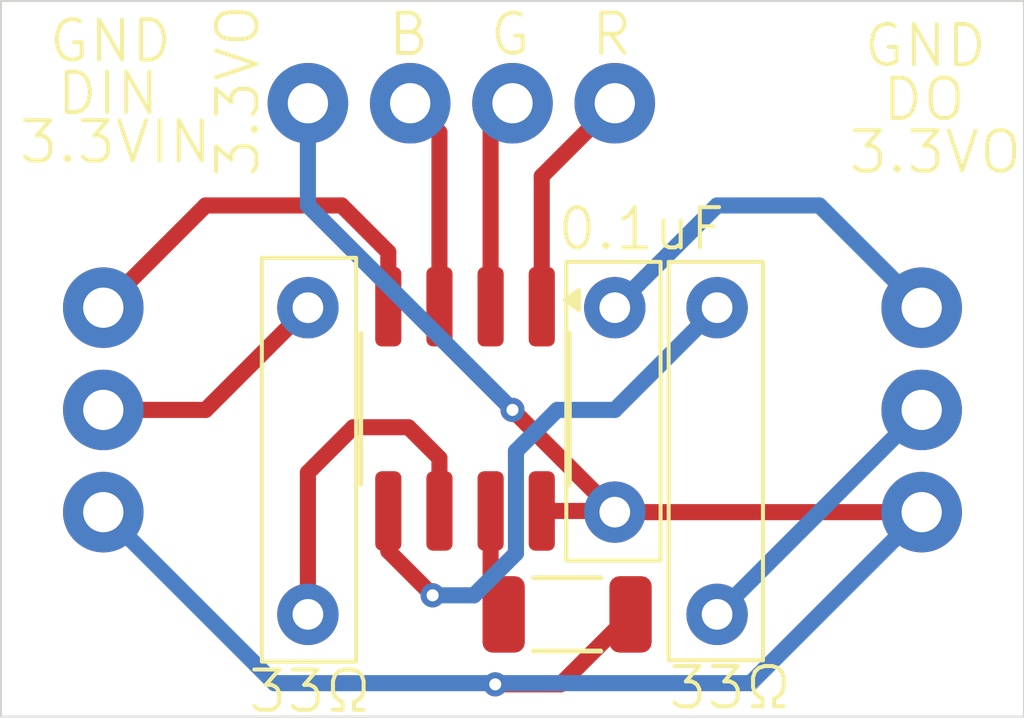
<source format=kicad_pcb>
(kicad_pcb (version 20240108) (generator "pcbnew") (generator_version "8.0")
  (layers (0 "F.Cu" signal) (31 "B.Cu" signal) (34 "B.Paste" user) (35 "F.Paste" user) (36 "B.SilkS" user "B.Silkscreen") (37 "F.SilkS" user "F.Silkscreen") (38 "B.Mask" user) (39 "F.Mask" user) (44 "Edge.Cuts" user))
  (net 0 "")
  (footprint "" (layer "F.Cu") (at 142.24 78.74)
    (property "Reference" "" (at 0 0 0) (layer "F.SilkS") (effects (font (size 1.27 1.27))))
    (property "Value" "")
    (pad "1" thru_hole circle (at 0 0) (size 2 2) (drill 1) (layers "*.Cu" "*.Mask"))
  )
  (footprint "through-holes:1 through hole" (layer "F.Cu") (at 152.4 91.44)
    (property "Reference" "REF**" (hide yes))
    (property "Value" "1 through hole" (hide yes))
    (pad "1" thru_hole circle (at 0 0) (size 1.524 1.524) (drill 0.762) (layers "*.Cu" "*.Mask"))
  )
  (footprint "through-holes:1 through hole" (layer "F.Cu") (at 157.48 86.36)
    (property "Reference" "REF**" (hide yes))
    (property "Value" "1 through hole" (hide yes))
    (pad "1" thru_hole circle (at 0 0) (size 2 2) (drill 1) (layers "*.Cu" "*.Mask"))
  )
  (footprint "" (layer "F.Cu") (at 144.78 78.74)
    (property "Reference" "" (at 0 0 0) (layer "F.SilkS") (effects (font (size 1.27 1.27))))
    (property "Value" "")
    (pad "1" thru_hole circle (at 0 0) (size 2 2) (drill 1) (layers "*.Cu" "*.Mask"))
  )
  (footprint "through-holes:1 through hole" (layer "F.Cu") (at 152.4 83.82)
    (property "Reference" "REF**" (hide yes))
    (property "Value" "1 through hole" (hide yes))
    (pad "1" thru_hole circle (at 0 0) (size 1.524 1.524) (drill 0.762) (layers "*.Cu" "*.Mask"))
  )
  (footprint "" (layer "F.Cu") (at 149.86 78.74)
    (property "Reference" "" (at 0 0 0) (layer "F.SilkS") (effects (font (size 1.27 1.27))))
    (property "Value" "")
    (pad "1" thru_hole circle (at 0 0) (size 2 2) (drill 1) (layers "*.Cu" "*.Mask"))
  )
  (footprint "through-holes:1 through hole" (layer "F.Cu") (at 137.16 88.9)
    (property "Reference" "REF**" (hide yes))
    (property "Value" "1 through hole" (hide yes))
    (pad "1" thru_hole circle (at 0 0) (size 2 2) (drill 1) (layers "*.Cu" "*.Mask"))
  )
  (footprint "" (layer "F.Cu") (at 147.32 78.74)
    (property "Reference" "" (at 0 0 0) (layer "F.SilkS") (effects (font (size 1.27 1.27))))
    (property "Value" "")
    (pad "1" thru_hole circle (at 0 0) (size 2 2) (drill 1) (layers "*.Cu" "*.Mask"))
  )
  (footprint "through-holes:1 through hole" (layer "F.Cu") (at 142.24 91.44)
    (property "Reference" "REF**" (hide yes))
    (property "Value" "1 through hole" (hide yes))
    (pad "1" thru_hole circle (at 0 0) (size 1.524 1.524) (drill 0.762) (layers "*.Cu" "*.Mask"))
  )
  (footprint "through-holes:1 through hole" (layer "F.Cu") (at 137.16 83.82)
    (property "Reference" "REF**" (hide yes))
    (property "Value" "1 through hole" (hide yes))
    (pad "1" thru_hole circle (at 0 0) (size 2 2) (drill 1) (layers "*.Cu" "*.Mask"))
  )
  (footprint "through-holes:1 through hole" (layer "F.Cu") (at 157.48 88.9)
    (property "Reference" "REF**" (hide yes))
    (property "Value" "1 through hole" (hide yes))
    (pad "1" thru_hole circle (at 0 0) (size 2 2) (drill 1) (layers "*.Cu" "*.Mask"))
  )
  (footprint "Inductor_SMD:L_1206_3216Metric" (layer "F.Cu") (at 148.676123 91.440946)
    (property "Reference" "REF**" (hide yes))
    (property "Value" "L_1206_3216Metric" (hide yes))
    (fp_line (start -0.835242 -0.91) (end 0.835242 -0.91) (stroke (width 0.12)) (layer "F.SilkS"))
    (fp_line (start -0.835242 0.91) (end 0.835242 0.91) (stroke (width 0.12)) (layer "F.SilkS"))
    (pad "1" smd roundrect (at -1.575 0) (size 1.05 1.9) (layers "F.Cu" "F.Paste" "F.Mask") (roundrect_rratio 0.238095))
    (pad "2" smd roundrect (at 1.575 0) (size 1.05 1.9) (layers "F.Cu" "F.Paste" "F.Mask") (roundrect_rratio 0.238095))
  )
  (footprint "through-holes:1 through hole" (layer "F.Cu") (at 142.24 83.82)
    (property "Reference" "REF**" (hide yes))
    (property "Value" "1 through hole" (hide yes))
    (pad "1" thru_hole circle (at 0 0) (size 1.524 1.524) (drill 0.762) (layers "*.Cu" "*.Mask"))
  )
  (footprint "through-holes:1 through hole" (layer "F.Cu") (at 137.16 86.36)
    (property "Reference" "REF**" (hide yes))
    (property "Value" "1 through hole" (hide yes))
    (pad "1" thru_hole circle (at 0 0) (size 2 2) (drill 1) (layers "*.Cu" "*.Mask"))
  )
  (footprint "through-holes:1 through hole" (layer "F.Cu") (at 149.86 83.82)
    (property "Reference" "REF**" (hide yes))
    (property "Value" "1 through hole" (hide yes))
    (pad "1" thru_hole circle (at 0 0) (size 1.524 1.524) (drill 0.762) (layers "*.Cu" "*.Mask"))
  )
  (footprint "through-holes:1 through hole" (layer "F.Cu") (at 149.86 88.9)
    (property "Reference" "REF**" (hide yes))
    (property "Value" "1 through hole" (hide yes))
    (pad "1" thru_hole circle (at 0 0) (size 1.524 1.524) (drill 0.762) (layers "*.Cu" "*.Mask"))
  )
  (footprint "Package_SO:SOP-8_3.76x4.96mm_P1.27mm" (layer "F.Cu") (at 146.141604 86.333247 -90)
    (property "Reference" "REF**" (hide yes))
    (property "Value" "SOP-8_3.76x4.96mm_P1.27mm" (hide yes))
    (fp_line (start 0 2.59) (end -1.88 2.59) (stroke (width 0.12)) (layer "F.SilkS"))
    (fp_line (start 0 2.59) (end 1.88 2.59) (stroke (width 0.12)) (layer "F.SilkS"))
    (fp_line (start 0 -2.59) (end -1.88 -2.59) (stroke (width 0.12)) (layer "F.SilkS"))
    (fp_line (start 0 -2.59) (end 1.88 -2.59) (stroke (width 0.12)) (layer "F.SilkS"))
    (fp_poly (pts (xy -2.7025 -2.49) (xy -2.9425 -2.82) (xy -2.4625 -2.82) (xy -2.7025 -2.49)) (stroke (width 0.12)) (fill solid) (layer "F.SilkS"))
    (pad "1" smd roundrect (at -2.5375 -1.905 270) (size 1.975 0.65) (layers "F.Cu" "F.Paste" "F.Mask"))
    (pad "2" smd roundrect (at -2.5375 -0.635 270) (size 1.975 0.65) (layers "F.Cu" "F.Paste" "F.Mask"))
    (pad "3" smd roundrect (at -2.5375 0.635 270) (size 1.975 0.65) (layers "F.Cu" "F.Paste" "F.Mask"))
    (pad "4" smd roundrect (at -2.5375 1.905 270) (size 1.975 0.65) (layers "F.Cu" "F.Paste" "F.Mask"))
    (pad "5" smd roundrect (at 2.5375 1.905 270) (size 1.975 0.65) (layers "F.Cu" "F.Paste" "F.Mask"))
    (pad "6" smd roundrect (at 2.5375 0.635 270) (size 1.975 0.65) (layers "F.Cu" "F.Paste" "F.Mask"))
    (pad "7" smd roundrect (at 2.5375 -0.635 270) (size 1.975 0.65) (layers "F.Cu" "F.Paste" "F.Mask"))
    (pad "8" smd roundrect (at 2.5375 -1.905 270) (size 1.975 0.65) (layers "F.Cu" "F.Paste" "F.Mask"))
  )
  (footprint "through-holes:1 through hole" (layer "F.Cu") (at 157.48 83.82)
    (property "Reference" "REF**" (hide yes))
    (property "Value" "1 through hole" (hide yes))
    (pad "1" thru_hole circle (at 0 0) (size 2 2) (drill 1) (layers "*.Cu" "*.Mask"))
  )
  (gr_rect (start 148.656031 82.681206) (end 150.997081 90.105681) (stroke (width 0.1)) (fill none) (layer "F.SilkS"))
  (gr_rect (start 141.09607 82.580875) (end 143.43712 92.61395) (stroke (width 0.1)) (fill none) (layer "F.SilkS"))
  (gr_rect (start 151.197743 82.681206) (end 153.538793 92.580506) (stroke (width 0.1)) (fill none) (layer "F.SilkS"))
  (gr_rect (start 134.62 76.2) (end 160.02 93.98) (stroke (width 0.05)) (fill none) (layer "Edge.Cuts"))
  (gr_text "0.1uF" (at 148.382539 82.449384 0) (layer "F.SilkS") (effects (font (size 1 1) (thickness 0.1)) (justify left bottom)))
  (gr_text "33Ω" (at 151.130856 93.851362 0) (layer "F.SilkS") (effects (font (size 1 1) (thickness 0.1)) (justify left bottom)))
  (gr_text "GND" (at 155.980175 77.898773 0) (layer "F.SilkS") (effects (font (size 1 1) (thickness 0.1)) (justify left bottom)))
  (gr_text "3.3VO" (at 141.086348 80.640248 90) (layer "F.SilkS") (effects (font (size 1 1) (thickness 0.1)) (justify left bottom)))
  (gr_text "DIN" (at 135.950061 79.085983 0) (layer "F.SilkS") (effects (font (size 1 1) (thickness 0.1)) (justify left bottom)))
  (gr_text "GND" (at 135.749399 77.781683 0) (layer "F.SilkS") (effects (font (size 1 1) (thickness 0.1)) (justify left bottom)))
  (gr_text "3.3VO" (at 155.612295 80.540816 0) (layer "F.SilkS") (effects (font (size 1 1) (thickness 0.1)) (justify left bottom)))
  (gr_text "3.3VIN" (at 135.01364 80.289951 0) (layer "F.SilkS") (effects (font (size 1 1) (thickness 0.1)) (justify left bottom)))
  (gr_text "33Ω" (at 140.700924 93.937392 0) (layer "F.SilkS") (effects (font (size 1 1) (thickness 0.1)) (justify left bottom)))
  (gr_text "DO" (at 156.448385 79.231379 0) (layer "F.SilkS") (effects (font (size 1 1) (thickness 0.1)) (justify left bottom)))
  (gr_text "B  G  R" (at 144.172366 77.617047 0) (layer "F.SilkS") (effects (font (size 1 1) (thickness 0.1)) (justify left bottom)))
  (segment (start 144.737175 86.791089) (end 145.506604 87.560518) (width 0.4) (layer "F.Cu") (net 0))
  (segment (start 148.046604 88.870747) (end 149.830747 88.870747) (width 0.4) (layer "F.Cu") (net 0))
  (segment (start 144.236604 82.438803) (end 144.236604 83.795747) (width 0.4) (layer "F.Cu") (net 0))
  (segment (start 145.506604 87.560518) (end 145.506604 88.870747) (width 0.4) (layer "F.Cu") (net 0))
  (segment (start 147.101123 91.144977) (end 147.101123 91.440946) (width 0.4) (layer "F.Cu") (net 0))
  (segment (start 143.077801 81.28) (end 144.236604 82.438803) (width 0.4) (layer "F.Cu") (net 0))
  (segment (start 148.046604 80.553396) (end 149.86 78.74) (width 0.4) (layer "F.Cu") (net 0))
  (segment (start 146.870338 93.157283) (end 146.89175 93.178695) (width 0.4) (layer "F.Cu") (net 0))
  (segment (start 144.236604 88.870747) (end 144.236604 89.866401) (width 0.4) (layer "F.Cu") (net 0))
  (segment (start 139.7 81.28) (end 143.077801 81.28) (width 0.4) (layer "F.Cu") (net 0))
  (segment (start 139.7 86.36) (end 142.24 83.82) (width 0.4) (layer "F.Cu") (net 0))
  (segment (start 137.16 86.36) (end 139.7 86.36) (width 0.4) (layer "F.Cu") (net 0))
  (segment (start 149.86 88.9) (end 157.48 88.9) (width 0.4) (layer "F.Cu") (net 0))
  (segment (start 137.16 83.82) (end 139.7 81.28) (width 0.4) (layer "F.Cu") (net 0))
  (segment (start 142.24 91.44) (end 142.24 87.917865) (width 0.4) (layer "F.Cu") (net 0))
  (segment (start 145.506604 79.466604) (end 144.78 78.74) (width 0.4) (layer "F.Cu") (net 0))
  (segment (start 146.776604 83.795747) (end 146.776604 79.283396) (width 0.4) (layer "F.Cu") (net 0))
  (segment (start 146.776604 79.283396) (end 147.32 78.74) (width 0.4) (layer "F.Cu") (net 0))
  (segment (start 146.776604 88.870747) (end 146.776604 90.820458) (width 0.4) (layer "F.Cu") (net 0))
  (segment (start 142.24 87.917865) (end 143.366776 86.791089) (width 0.4) (layer "F.Cu") (net 0))
  (segment (start 148.046604 83.795747) (end 148.046604 80.553396) (width 0.4) (layer "F.Cu") (net 0))
  (segment (start 143.366776 86.791089) (end 144.737175 86.791089) (width 0.4) (layer "F.Cu") (net 0))
  (segment (start 149.86 88.9) (end 147.32 86.36) (width 0.4) (layer "F.Cu") (net 0))
  (segment (start 148.513374 93.178695) (end 146.89175 93.178695) (width 0.4) (layer "F.Cu") (net 0))
  (segment (start 150.251123 91.440946) (end 148.513374 93.178695) (width 0.4) (layer "F.Cu") (net 0))
  (segment (start 146.776604 90.820458) (end 147.101123 91.144977) (width 0.4) (layer "F.Cu") (net 0))
  (segment (start 145.506604 83.795747) (end 145.506604 79.466604) (width 0.4) (layer "F.Cu") (net 0))
  (segment (start 149.830747 88.870747) (end 149.86 88.9) (width 0.4) (layer "F.Cu") (net 0))
  (segment (start 144.236604 89.866401) (end 145.336724 90.966521) (width 0.4) (layer "F.Cu") (net 0))
  (via (at 145.336724 90.966521) (size 0.6) (drill 0.3) (layers "F.Cu" "B.Cu") (net 0))
  (via (at 147.32 86.36) (size 0.6) (drill 0.3) (layers "F.Cu" "B.Cu") (net 0))
  (via (at 146.89175 93.178695) (size 0.6) (drill 0.3) (layers "F.Cu" "B.Cu") (net 0))
  (segment (start 146.921399 93.149046) (end 153.230954 93.149046) (width 0.4) (layer "B.Cu") (net 0))
  (segment (start 147.405649 87.384001) (end 148.42965 86.36) (width 0.4) (layer "B.Cu") (net 0))
  (segment (start 152.4 81.28) (end 154.94 81.28) (width 0.4) (layer "B.Cu") (net 0))
  (segment (start 141.409046 93.149046) (end 146.862101 93.149046) (width 0.4) (layer "B.Cu") (net 0))
  (segment (start 149.86 83.82) (end 152.4 81.28) (width 0.4) (layer "B.Cu") (net 0))
  (segment (start 153.230954 93.149046) (end 157.48 88.9) (width 0.4) (layer "B.Cu") (net 0))
  (segment (start 142.24 81.28) (end 142.24 78.74) (width 0.4) (layer "B.Cu") (net 0))
  (segment (start 147.32 86.36) (end 142.24 81.28) (width 0.4) (layer "B.Cu") (net 0))
  (segment (start 146.862101 93.149046) (end 146.89175 93.178695) (width 0.4) (layer "B.Cu") (net 0))
  (segment (start 152.4 91.44) (end 157.48 86.36) (width 0.4) (layer "B.Cu") (net 0))
  (segment (start 147.405649 89.924001) (end 147.405649 87.384001) (width 0.4) (layer "B.Cu") (net 0))
  (segment (start 154.94 81.28) (end 157.48 83.82) (width 0.4) (layer "B.Cu") (net 0))
  (segment (start 145.336724 90.966521) (end 146.363129 90.966521) (width 0.4) (layer "B.Cu") (net 0))
  (segment (start 146.89175 93.178695) (end 146.921399 93.149046) (width 0.4) (layer "B.Cu") (net 0))
  (segment (start 148.42965 86.36) (end 149.86 86.36) (width 0.4) (layer "B.Cu") (net 0))
  (segment (start 146.363129 90.966521) (end 147.405649 89.924001) (width 0.4) (layer "B.Cu") (net 0))
  (segment (start 149.86 86.36) (end 152.4 83.82) (width 0.4) (layer "B.Cu") (net 0))
  (segment (start 137.16 88.9) (end 141.409046 93.149046) (width 0.4) (layer "B.Cu") (net 0))
)
</source>
